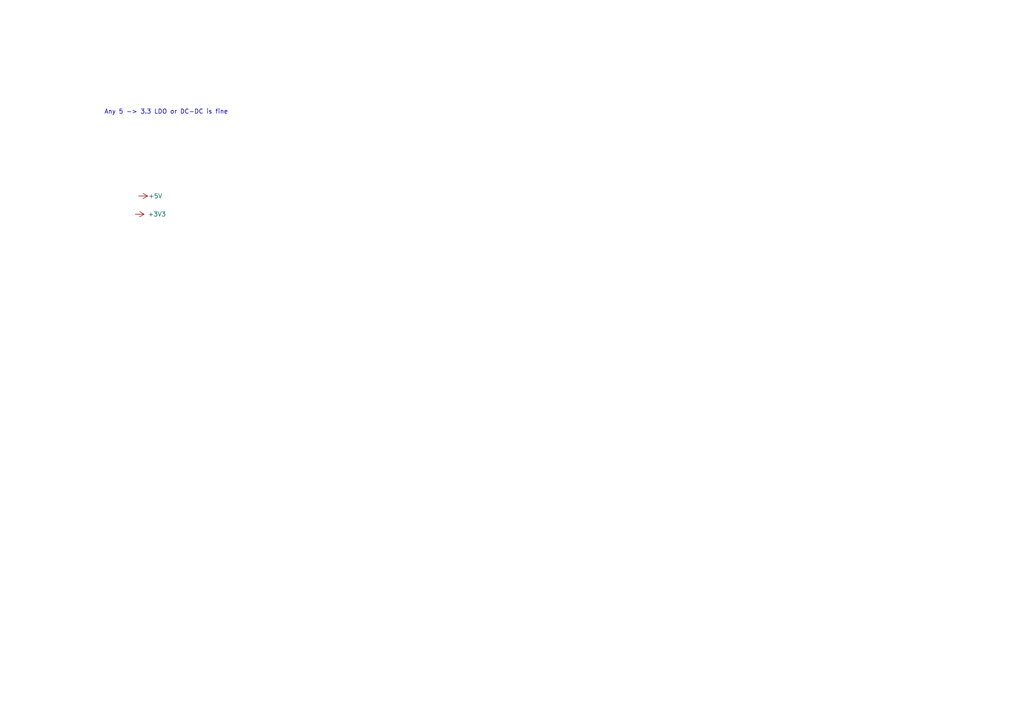
<source format=kicad_sch>
(kicad_sch (version 20211123) (generator eeschema)
  (paper "A4")
  (lib_symbols
    (symbol "power:+3V3" (power) (pin_names (offset 0))
      (property "Value" "+3V3" (at 0 3.556 0))
      (symbol "+3V3_0_1"
        (polyline (pts (xy -0.762 1.27) (xy 0 2.54)))
        (polyline (pts (xy 0 0) (xy 0 2.54)))
        (polyline (pts (xy 0 2.54) (xy 0.762 1.27)))
      )
      (symbol "+3V3_1_1"
        (pin power_in line (at 0 0 90) (length 0) hide (name "+3V3") (number "1"))
      )
    )
    (symbol "power:+5V" (power) (pin_names (offset 0))
      (property "Value" "+5V" (at 0 3.556 0))
      (symbol "+5V_0_1"
        (polyline (pts (xy -0.762 1.27) (xy 0 2.54)))
        (polyline (pts (xy 0 0) (xy 0 2.54)))
        (polyline (pts (xy 0 2.54) (xy 0.762 1.27)))
      )
      (symbol "+5V_1_1"
        (pin power_in line (at 0 0 90) (length 0) hide (name "+5V") (number "1"))
      )
    )
  )
  (text "Any 5 -> 3.3 LDO or DC-DC is fine" (at 30.226 33.274 0) (effects (font (size 1.27 1.27)) (justify left bottom)))
  (symbol (lib_id "power:+5V") (at 40.2336 56.8452 270) (unit 1)
    (property "Reference" "#PWR?" (effects hide))
    (property "Value" "+5V" (at 45.0596 56.8452 90))
  )
  (symbol (lib_id "power:+3V3") (at 39.2176 62.1284 270) (unit 1)
    (property "Reference" "#PWR?" (effects hide))
    (property "Value" "+3V3" (at 42.8752 62.1283 90) (effects (justify left)))
  )
)
</source>
